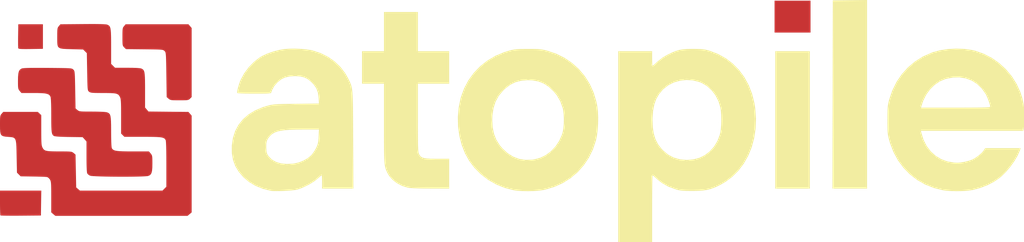
<source format=kicad_pcb>
(kicad_pcb (version 20241229) (generator "pcbnew") (generator_version "9.0")
  (layers (0 "F.Cu" signal) (2 "B.Cu" signal) (13 "F.Paste" user) (15 "B.Paste" user) (5 "F.SilkS" user "F.Silkscreen") (7 "B.SilkS" user "B.Silkscreen") (1 "F.Mask" user) (3 "B.Mask" user) (25 "Edge.Cuts" user))
  (net 0 "")
  (footprint "atopile_Logo_25x6mm:atopile_Logo_25x6mm" (layer "F.Cu") (at 0 0)
    (property "Reference" "LOGO1" (hide yes))
    (property "Value" "" (hide yes))
    (fp_poly (pts (xy 7.373397 -2.589321) (xy 7.373397 -2.194758) (xy 6.929514 -2.194758) (xy 6.48563 -2.194758) (xy 6.48563 -2.589321) (xy 6.48563 -2.983884) (xy 6.929514 -2.983884) (xy 7.373397 -2.983884)) (fill yes) (layer "F.Cu"))
    (fp_poly (pts (xy -11.590292 -2.096117) (xy -11.590292 -1.791975) (xy -11.890697 -1.787493) (xy -12.002148 -1.786329) (xy -12.084553 -1.786775) (xy -12.141716 -1.789041) (xy -12.177442 -1.793337) (xy -12.195534 -1.799871) (xy -12.199353 -1.80451) (xy -12.201799 -1.827346) (xy -12.203435 -1.87725) (xy -12.204192 -1.948419) (xy -12.204 -2.035051) (xy -12.20309 -2.113135) (xy -12.198577 -2.40026) (xy -11.894434 -2.40026) (xy -11.590292 -2.40026)) (fill yes) (layer "F.Cu"))
    (fp_poly (pts (xy -11.63514 2.026245) (xy -11.639612 2.334498) (xy -12.13395 2.338844) (xy -12.258301 2.339575) (xy -12.371923 2.33955) (xy -12.47068 2.338823) (xy -12.550436 2.337452) (xy -12.607055 2.335491) (xy -12.636403 2.332998) (xy -12.639484 2.331994) (xy -12.643043 2.312725) (xy -12.646136 2.265975) (xy -12.648569 2.197142) (xy -12.650147 2.111623) (xy -12.65068 2.019395) (xy -12.65068 1.717993) (xy -12.140674 1.717993) (xy -11.630667 1.717993)) (fill yes) (layer "F.Cu"))
    (fp_poly (pts (xy -7.9556 -2.354133) (xy -7.915923 -2.308006) (xy -7.915923 -1.453288) (xy -7.915923 -0.598571) (xy -7.956276 -0.558218) (xy -7.974067 -0.54196) (xy -7.993321 -0.530779) (xy -8.0202 -0.523728) (xy -8.060865 -0.519858) (xy -8.121479 -0.51822) (xy -8.208202 -0.517866) (xy -8.218401 -0.517865) (xy -8.308353 -0.518186) (xy -8.371751 -0.519774) (xy -8.414919 -0.523564) (xy -8.444182 -0.530492) (xy -8.465865 -0.541496) (xy -8.486292 -0.55751) (xy -8.486301 -0.557518) (xy -8.532428 -0.597171) (xy -8.540648 -1.148936) (xy -8.542916 -1.298094) (xy -8.544986 -1.417875) (xy -8.547127 -1.511782) (xy -8.549612 -1.583316) (xy -8.552712 -1.635978) (xy -8.556697 -1.67327) (xy -8.56184 -1.698691) (xy -8.568411 -1.715744) (xy -8.576681 -1.727931) (xy -8.58629 -1.738118) (xy -8.598118 -1.749114) (xy -8.611634 -1.75776) (xy -8.63073 -1.764388) (xy -8.659301 -1.769329) (xy -8.701242 -1.772916) (xy -8.760445 -1.77548) (xy -8.840806 -1.777353) (xy -8.946218 -1.778867) (xy -9.080576 -1.780354) (xy -9.082087 -1.78037) (xy -9.540462 -1.785205) (xy -9.583079 -1.827822) (xy -9.600322 -1.846354) (xy -9.612148 -1.865542) (xy -9.619578 -1.891643) (xy -9.623632 -1.930914) (xy -9.625331 -1.989614) (xy -9.625694 -2.073999) (xy -9.625697 -2.089222) (xy -9.625365 -2.178505) (xy -9.623732 -2.241295) (xy -9.619842 -2.283978) (xy -9.612739 -2.31294) (xy -9.601465 -2.334565) (xy -9.58602 -2.354133) (xy -9.546343 -2.40026) (xy -8.77081 -2.40026) (xy -7.995277 -2.40026)) (fill yes) (layer "F.Cu"))
    (fp_poly (pts (xy -11.603767 -1.320772) (xy -11.47079 -1.319924) (xy -11.315393 -1.318658) (xy -11.18952 -1.317427) (xy -11.089816 -1.316005) (xy -11.012926 -1.314171) (xy -10.955496 -1.311699) (xy -10.914169 -1.308368) (xy -10.885591 -1.303953) (xy -10.866408 -1.29823) (xy -10.853262 -1.290977) (xy -10.842801 -1.281969) (xy -10.838595 -1.277803) (xy -10.827617 -1.265934) (xy -10.818944 -1.252222) (xy -10.812221 -1.232789) (xy -10.807093 -1.203753) (xy -10.803204 -1.161235) (xy -10.800199 -1.101354) (xy -10.797724 -1.02023) (xy -10.795423 -0.913982) (xy -10.792946 -0.779036) (xy -10.784726 -0.317678) (xy -10.738599 -0.27803) (xy -10.721647 -0.264343) (xy -10.703911 -0.254235) (xy -10.680423 -0.247163) (xy -10.646216 -0.242585) (xy -10.596323 -0.239961) (xy -10.525775 -0.238746) (xy -10.429605 -0.2384) (xy -10.375259 -0.238383) (xy -10.25874 -0.237394) (xy -10.158406 -0.234579) (xy -10.078857 -0.230164) (xy -10.024696 -0.224376) (xy -10.005773 -0.22016) (xy -9.975756 -0.207584) (xy -9.952352 -0.190669) (xy -9.934748 -0.165501) (xy -9.922128 -0.128167) (xy -9.913679 -0.074753) (xy -9.908586 -0.001346) (xy -9.906034 0.095969) (xy -9.905211 0.221104) (xy -9.905179 0.263306) (xy -9.904357 0.397604) (xy -9.901956 0.507667) (xy -9.898076 0.591247) (xy -9.892814 0.646099) (xy -9.887415 0.668297) (xy -9.871437 0.691656) (xy -9.848867 0.710044) (xy -9.815953 0.724033) (xy -9.768943 0.734195) (xy -9.704083 0.741103) (xy -9.617621 0.745329) (xy -9.505804 0.747446) (xy -9.364879 0.748025) (xy -9.364644 0.748025) (xy -8.971014 0.748025) (xy -8.928452 0.798607) (xy -8.910384 0.821854) (xy -8.898313 0.845235) (xy -8.891035 0.875758) (xy -8.887344 0.920427) (xy -8.886035 0.98625) (xy -8.885891 1.046025) (xy -8.887882 1.151278) (xy -8.894933 1.22879) (xy -8.908661 1.283519) (xy -8.930683 1.320425) (xy -8.962615 1.344465) (xy -8.986485 1.354527) (xy -9.018643 1.359877) (xy -9.07889 1.364329) (xy -9.162852 1.367899) (xy -9.26615 1.370605) (xy -9.384407 1.372465) (xy -9.513246 1.373495) (xy -9.648289 1.373715) (xy -9.785161 1.37314) (xy -9.919483 1.371789) (xy -10.046878 1.369679) (xy -10.16297 1.366828) (xy -10.263381 1.363252) (xy -10.343733 1.35897) (xy -10.399651 1.353998) (xy -10.425858 1.348784) (xy -10.467182 1.323595) (xy -10.495164 1.293989) (xy -10.495729 1.292968) (xy -10.502013 1.264027) (xy -10.507022 1.204413) (xy -10.510661 1.116314) (xy -10.512836 1.001914) (xy -10.513464 0.880886) (xy -10.513464 0.501942) (xy -10.561402 0.448252) (xy -10.60934 0.394562) (xy -10.943635 0.390145) (xy -11.060715 0.387724) (xy -11.160445 0.383913) (xy -11.238761 0.378957) (xy -11.291603 0.373102) (xy -11.313104 0.367788) (xy -11.333917 0.354785) (xy -11.350294 0.336931) (xy -11.362759 0.31046) (xy -11.371835 0.271604) (xy -11.378047 0.216595) (xy -11.381918 0.141666) (xy -11.383971 0.043049) (xy -11.384731 -0.083023) (xy -11.38479 -0.147962) (xy -11.385603 -0.304789) (xy -11.388036 -0.429537) (xy -11.39208 -0.522006) (xy -11.397728 -0.581995) (xy -11.403508 -0.60672) (xy -11.421411 -0.636829) (xy -11.446959 -0.659733) (xy -11.484415 -0.676361) (xy -11.538043 -0.687642) (xy -11.612106 -0.694507) (xy -11.710869 -0.697883) (xy -11.825587 -0.698706) (xy -12.121673 -0.698706) (xy -12.164235 -0.749288) (xy -12.182304 -0.772535) (xy -12.194375 -0.795917) (xy -12.201653 -0.826439) (xy -12.205344 -0.871108) (xy -12.206653 -0.936931) (xy -12.206797 -0.996706) (xy -12.204807 -1.10172) (xy -12.197803 -1.179108) (xy -12.184231 -1.233944) (xy -12.162537 -1.271301) (xy -12.131167 -1.29625) (xy -12.112291 -1.305278) (xy -12.087372 -1.31084) (xy -12.041219 -1.315148) (xy -11.971806 -1.318249) (xy -11.87711 -1.320189) (xy -11.755105 -1.321015)) (fill yes) (layer "F.Cu"))
    (fp_poly (pts (xy -10.295131 -2.40595) (xy -10.185785 -2.404675) (xy -10.103091 -2.402169) (xy -10.044978 -2.398383) (xy -10.009376 -2.393266) (xy -9.999778 -2.390366) (xy -9.972989 -2.377518) (xy -9.951781 -2.361189) (xy -9.935506 -2.337671) (xy -9.923516 -2.303258) (xy -9.915164 -2.254243) (xy -9.909803 -2.18692) (xy -9.906783 -2.097583) (xy -9.905458 -1.982525) (xy -9.905179 -1.849067) (xy -9.905179 -1.419543) (xy -9.857123 -1.371487) (xy -9.809067 -1.323431) (xy -9.504434 -1.323431) (xy -9.370693 -1.322216) (xy -9.26794 -1.318594) (xy -9.19677 -1.312598) (xy -9.157775 -1.304262) (xy -9.156693 -1.303791) (xy -9.131069 -1.290289) (xy -9.110815 -1.273277) (xy -9.095304 -1.24901) (xy -9.08391 -1.213743) (xy -9.076005 -1.163731) (xy -9.070962 -1.095231) (xy -9.068155 -1.004497) (xy -9.066955 -0.887785) (xy -9.066732 -0.766545) (xy -9.066732 -0.339546) (xy -9.024749 -0.289652) (xy -8.982766 -0.239758) (xy -8.489001 -0.234961) (xy -7.995237 -0.230163) (xy -7.95558 -0.184036) (xy -7.915923 -0.137908) (xy -7.915923 1.059843) (xy -7.915923 2.257594) (xy -7.966505 2.300156) (xy -8.017087 2.342718) (xy -9.650357 2.342718) (xy -11.283627 2.342718) (xy -11.334209 2.300156) (xy -11.38479 2.257594) (xy -11.384852 1.876822) (xy -11.385067 1.753971) (xy -11.385891 1.659473) (xy -11.387664 1.588806) (xy -11.390721 1.537445) (xy -11.395401 1.500864) (xy -11.402042 1.474541) (xy -11.410981 1.453949) (xy -11.417222 1.443062) (xy -11.448365 1.405568) (xy -11.482479 1.382928) (xy -11.487031 1.381594) (xy -11.514955 1.378677) (xy -11.569813 1.375717) (xy -11.645662 1.372932) (xy -11.736556 1.370541) (xy -11.832451 1.368822) (xy -12.14037 1.36453) (xy -12.185913 1.318978) (xy -12.231457 1.273427) (xy -12.239677 0.871393) (xy -12.242476 0.735141) (xy -12.245734 0.628096) (xy -12.25107 0.546607) (xy -12.260103 0.487023) (xy -12.274453 0.44569) (xy -12.29574 0.418957) (xy -12.325582 0.403173) (xy -12.365598 0.394685) (xy -12.417409 0.389842) (xy -12.454377 0.387199) (xy -12.524632 0.380794) (xy -12.575752 0.370303) (xy -12.610777 0.350992) (xy -12.632743 0.318125) (xy -12.64469 0.266968) (xy -12.649656 0.192788) (xy -12.650678 0.09085) (xy -12.65068 0.081295) (xy -12.65035 -0.008081) (xy -12.648724 -0.070956) (xy -12.644849 -0.113707) (xy -12.637771 -0.14271) (xy -12.626535 -0.164341) (xy -12.611003 -0.184036) (xy -12.571327 -0.230163) (xy -12.143784 -0.230163) (xy -11.716242 -0.230163) (xy -11.673817 -0.190307) (xy -11.631392 -0.150451) (xy -11.631367 0.220697) (xy -11.631061 0.344063) (xy -11.629957 0.439145) (xy -11.627747 0.510532) (xy -11.624122 0.562817) (xy -11.618774 0.600591) (xy -11.611394 0.628445) (xy -11.602597 0.649156) (xy -11.584454 0.681172) (xy -11.563357 0.705406) (xy -11.534732 0.722937) (xy -11.494009 0.734843) (xy -11.436614 0.742201) (xy -11.357976 0.74609) (xy -11.253522 0.747588) (xy -11.184316 0.747783) (xy -11.076565 0.748008) (xy -10.996623 0.748873) (xy -10.93942 0.750948) (xy -10.899885 0.754806) (xy -10.872947 0.76102) (xy -10.853536 0.770161) (xy -10.83658 0.782803) (xy -10.830853 0.787674) (xy -10.784726 0.827323) (xy -10.776506 1.233022) (xy -10.768286 1.638722) (xy -10.722158 1.678357) (xy -10.676031 1.717993) (xy -9.656395 1.717993) (xy -8.63676 1.717993) (xy -8.588704 1.669937) (xy -8.540648 1.621881) (xy -8.540648 1.060571) (xy -8.541156 0.896172) (xy -8.542644 0.755644) (xy -8.545063 0.640776) (xy -8.548361 0.553354) (xy -8.552487 0.495167) (xy -8.557389 0.468001) (xy -8.557575 0.467632) (xy -8.571836 0.444968) (xy -8.590123 0.42693) (xy -8.616077 0.412997) (xy -8.65334 0.402646) (xy -8.705554 0.395356) (xy -8.776358 0.390602) (xy -8.869396 0.387864) (xy -8.988307 0.386619) (xy -9.124203 0.386342) (xy -9.577871 0.386342) (xy -9.618224 0.345989) (xy -9.658577 0.305636) (xy -9.658602 -0.118445) (xy -9.658843 -0.250519) (xy -9.659716 -0.353939) (xy -9.661473 -0.432928) (xy -9.664368 -0.491709) (xy -9.668651 -0.534505) (xy -9.674576 -0.56554) (xy -9.682396 -0.589038) (xy -9.687373 -0.599837) (xy -9.705543 -0.63189) (xy -9.726681 -0.656143) (xy -9.755366 -0.673677) (xy -9.796177 -0.685576) (xy -9.853694 -0.692921) (xy -9.932494 -0.696794) (xy -10.037159 -0.698277) (xy -10.104749 -0.698464) (xy -10.213723 -0.69883) (xy -10.294787 -0.700033) (xy -10.352906 -0.702529) (xy -10.39305 -0.706772) (xy -10.420183 -0.713219) (xy -10.439274 -0.722324) (xy -10.449992 -0.7301) (xy -10.461359 -0.739913) (xy -10.470327 -0.751378) (xy -10.477261 -0.768322) (xy -10.482526 -0.794572) (xy -10.486488 -0.833953) (xy -10.489511 -0.890292) (xy -10.491961 -0.967417) (xy -10.494203 -1.069154) (xy -10.496602 -1.19933) (xy -10.497023 -1.222961) (xy -10.505243 -1.684429) (xy -10.550783 -1.729982) (xy -10.596323 -1.775535) (xy -10.885198 -1.783755) (xy -11.001169 -1.786998) (xy -11.088411 -1.791591) (xy -11.151002 -1.801071) (xy -11.193018 -1.818977) (xy -11.21854 -1.848845) (xy -11.231643 -1.894214) (xy -11.236407 -1.958622) (xy -11.236909 -2.045605) (xy -11.236829 -2.088802) (xy -11.236499 -2.178181) (xy -11.234872 -2.24106) (xy -11.230995 -2.283813) (xy -11.223916 -2.31282) (xy -11.212681 -2.334457) (xy -11.19717 -2.354133) (xy -11.15751 -2.40026) (xy -10.602059 -2.405011) (xy -10.433199 -2.406046)) (fill yes) (layer "F.Cu"))
    (fp_poly (pts (xy 7.356957 -0.032881) (xy 7.356957 1.668672) (xy 6.929514 1.668672) (xy 6.50207 1.668672) (xy 6.50207 -0.032881) (xy 6.50207 -1.734435) (xy 6.929514 -1.734435) (xy 7.356957 -1.734435)) (fill yes) (layer "F.SilkS"))
    (fp_poly (pts (xy 8.770808 -0.666104) (xy 8.770808 1.668672) (xy 8.343308 1.668672) (xy 7.915809 1.668672) (xy 7.919975 -0.661716) (xy 7.924142 -2.992104) (xy 8.347475 -2.996492) (xy 8.770808 -3.000879)) (fill yes) (layer "F.SilkS"))
    (fp_poly (pts (xy -2.326279 -2.219418) (xy -2.326279 -1.734435) (xy -1.939936 -1.734435) (xy -1.553593 -1.734435) (xy -1.553593 -1.331651) (xy -1.553593 -0.928868) (xy -1.939936 -0.928868) (xy -2.326279 -0.928868) (xy -2.326254 -0.086312) (xy -2.326173 0.103242) (xy -2.325885 0.262735) (xy -2.325298 0.394986) (xy -2.324323 0.502813) (xy -2.322869 0.589036) (xy -2.320847 0.656474) (xy -2.318166 0.707945) (xy -2.314737 0.746269) (xy -2.310468 0.774265) (xy -2.30527 0.794751) (xy -2.299054 0.810546) (xy -2.297483 0.813786) (xy -2.275746 0.850888) (xy -2.249404 0.879154) (xy -2.213958 0.899751) (xy -2.164907 0.913845) (xy -2.097751 0.922603) (xy -2.007988 0.927191) (xy -1.891118 0.928776) (xy -1.853625 0.928841) (xy -1.553593 0.928866) (xy -1.553593 1.298769) (xy -1.553593 1.668672) (xy -2.018027 1.667365) (xy -2.189052 1.666108) (xy -2.328866 1.663344) (xy -2.439102 1.659008) (xy -2.521397 1.653032) (xy -2.577388 1.645349) (xy -2.582565 1.644277) (xy -2.716924 1.601803) (xy -2.840972 1.537097) (xy -2.948623 1.454493) (xy -3.033786 1.358324) (xy -3.071313 1.296398) (xy -3.090057 1.259144) (xy -3.106109 1.22515) (xy -3.119679 1.191644) (xy -3.130974 1.155853) (xy -3.140203 1.115004) (xy -3.147575 1.066324) (xy -3.153299 1.007041) (xy -3.157583 0.934381) (xy -3.160635 0.845571) (xy -3.162665 0.737839) (xy -3.16388 0.608412) (xy -3.164489 0.454517) (xy -3.164702 0.27338) (xy -3.164726 0.06223) (xy -3.164726 0.054556) (xy -3.164726 -0.928868) (xy -3.435988 -0.928868) (xy -3.70725 -0.928868) (xy -3.70725 -1.331651) (xy -3.70725 -1.734435) (xy -3.435988 -1.734435) (xy -3.164726 -1.734435) (xy -3.164726 -2.219418) (xy -3.164726 -2.704402) (xy -2.745502 -2.704402) (xy -2.326279 -2.704402)) (fill yes) (layer "F.SilkS"))
    (fp_poly (pts (xy 0.507189 -1.789483) (xy 0.594032 -1.788112) (xy 0.662181 -1.784938) (xy 0.71873 -1.779312) (xy 0.770769 -1.770586) (xy 0.82539 -1.758114) (xy 0.871326 -1.746177) (xy 1.094858 -1.67018) (xy 1.301196 -1.567065) (xy 1.488661 -1.438701) (xy 1.655575 -1.28696) (xy 1.800257 -1.113712) (xy 1.92103 -0.920829) (xy 2.016213 -0.710181) (xy 2.084129 -0.483639) (xy 2.106533 -0.369904) (xy 2.121541 -0.238133) (xy 2.127549 -0.087952) (xy 2.12496 0.070214) (xy 2.114175 0.22594) (xy 2.095596 0.3688) (xy 2.07408 0.471926) (xy 1.999515 0.696629) (xy 1.898014 0.904249) (xy 1.771515 1.092991) (xy 1.621955 1.26106) (xy 1.45127 1.40666) (xy 1.261398 1.527995) (xy 1.054276 1.623269) (xy 0.83184 1.690686) (xy 0.739245 1.709411) (xy 0.637327 1.722211) (xy 0.515126 1.729849) (xy 0.383391 1.732313) (xy 0.252871 1.729595) (xy 0.134316 1.721685) (xy 0.046128 1.710011) (xy -0.177458 1.65331) (xy -0.39006 1.567342) (xy -0.588431 1.454238) (xy -0.769326 1.316128) (xy -0.929496 1.155143) (xy -1.057779 0.985597) (xy -1.163398 0.795959) (xy -1.245013 0.58786) (xy -1.302024 0.365932) (xy -1.333832 0.134809) (xy -1.338105 -0.032881) (xy -0.489165 -0.032881) (xy -0.478329 0.152209) (xy -0.444292 0.316431) (xy -0.38574 0.463452) (xy -0.301361 0.596937) (xy -0.236128 0.673838) (xy -0.107342 0.791737) (xy 0.029419 0.877908) (xy 0.175613 0.932855) (xy 0.3327 0.957076) (xy 0.502137 0.951075) (xy 0.550744 0.944248) (xy 0.698302 0.904247) (xy 0.836859 0.835222) (xy 0.962883 0.740568) (xy 1.072842 0.623684) (xy 1.163202 0.487967) (xy 1.230433 0.336814) (xy 1.250467 0.271261) (xy 1.267935 0.177432) (xy 1.277736 0.063512) (xy 1.279834 -0.058804) (xy 1.274197 -0.177823) (xy 1.260787 -0.281851) (xy 1.252227 -0.320583) (xy 1.191756 -0.490771) (xy 1.104583 -0.642286) (xy 1.025253 -0.7396) (xy 0.907667 -0.849829) (xy 0.787049 -0.929879) (xy 0.657509 -0.982324) (xy 0.513157 -1.009741) (xy 0.394562 -1.015432) (xy 0.231628 -1.003328) (xy 0.086327 -0.965608) (xy -0.046326 -0.900162) (xy -0.171317 -0.804877) (xy -0.225071 -0.753058) (xy -0.329446 -0.625295) (xy -0.407075 -0.482453) (xy -0.458714 -0.322475) (xy -0.485118 -0.143301) (xy -0.489165 -0.032881) (xy -1.338105 -0.032881) (xy -1.339838 -0.100878) (xy -1.319441 -0.336496) (xy -1.272043 -0.567413) (xy -1.26294 -0.600066) (xy -1.183944 -0.816184) (xy -1.077224 -1.016364) (xy -0.944824 -1.198631) (xy -0.788789 -1.361009) (xy -0.611164 -1.501523) (xy -0.413993 -1.618198) (xy -0.19932 -1.709058) (xy -0.075936 -1.746936) (xy -0.016507 -1.762125) (xy 0.0363 -1.773222) (xy 0.089526 -1.780867) (xy 0.150216 -1.785699) (xy 0.225412 -1.788359) (xy 0.322156 -1.789487) (xy 0.394562 -1.789696)) (fill yes) (layer "F.SilkS"))
    (fp_poly (pts (xy 4.479935 -1.790395) (xy 4.582607 -1.789305) (xy 4.660731 -1.78659) (xy 4.722628 -1.781309) (xy 4.776623 -1.772519) (xy 4.831039 -1.75928) (xy 4.879374 -1.745183) (xy 5.089331 -1.664875) (xy 5.281585 -1.557734) (xy 5.454804 -1.425439) (xy 5.607654 -1.269673) (xy 5.738804 -1.092117) (xy 5.846922 -0.89445) (xy 5.930676 -0.678354) (xy 5.988733 -0.445511) (xy 6.007999 -0.321015) (xy 6.026299 -0.064095) (xy 6.017117 0.184282) (xy 5.981418 0.422019) (xy 5.920169 0.647023) (xy 5.834337 0.857197) (xy 5.724888 1.050447) (xy 5.592788 1.224677) (xy 5.439004 1.377792) (xy 5.264501 1.507697) (xy 5.129227 1.584355) (xy 5.022117 1.634738) (xy 4.925019 1.672072) (xy 4.829556 1.698121) (xy 4.727346 1.714649) (xy 4.610011 1.72342) (xy 4.469171 1.726197) (xy 4.455274 1.726213) (xy 4.346149 1.725654) (xy 4.262576 1.723532) (xy 4.197239 1.719182) (xy 4.142822 1.711937) (xy 4.092008 1.70113) (xy 4.047699 1.689086) (xy 3.863708 1.621356) (xy 3.703734 1.531898) (xy 3.586787 1.438719) (xy 3.538444 1.394514) (xy 3.499193 1.360514) (xy 3.475078 1.341877) (xy 3.470882 1.33987) (xy 3.468888 1.355794) (xy 3.467022 1.4015) (xy 3.465323 1.473893) (xy 3.463828 1.569873) (xy 3.462576 1.686345) (xy 3.461606 1.820211) (xy 3.460954 1.968374) (xy 3.46066 2.127736) (xy 3.460646 2.170096) (xy 3.460646 3.000323) (xy 3.041423 3.000323) (xy 2.6222 3.000323) (xy 2.6222 0.632944) (xy 2.6222 -0.024661) (xy 3.470775 -0.024661) (xy 3.478018 0.154778) (xy 3.501598 0.309664) (xy 3.543229 0.44489) (xy 3.604625 0.565351) (xy 3.687499 0.675944) (xy 3.733055 0.724598) (xy 3.856974 0.82689) (xy 3.995866 0.900137) (xy 4.148766 0.944056) (xy 4.314708 0.958362) (xy 4.479935 0.944835) (xy 4.627769 0.905678) (xy 4.763895 0.83787) (xy 4.885245 0.744482) (xy 4.988751 0.628588) (xy 5.071342 0.493261) (xy 5.129952 0.341574) (xy 5.145774 0.278042) (xy 5.158868 0.189398) (xy 5.166629 0.079574) (xy 5.169046 -0.040401) (xy 5.166109 -0.159498) (xy 5.157809 -0.26669) (xy 5.146348 -0.341063) (xy 5.098855 -0.496066) (xy 5.026534 -0.637746) (xy 4.932696 -0.762088) (xy 4.820649 -0.865078) (xy 4.693705 -0.942701) (xy 4.627729 -0.970027) (xy 4.470155 -1.009745) (xy 4.309765 -1.020587) (xy 4.151586 -1.003606) (xy 4.000646 -0.959855) (xy 3.86197 -0.89039) (xy 3.740587 -0.796262) (xy 3.724859 -0.78077) (xy 3.634355 -0.673169) (xy 3.56515 -0.554056) (xy 3.515879 -0.419369) (xy 3.485178 -0.26505) (xy 3.471682 -0.087037) (xy 3.470775 -0.024661) (xy 2.6222 -0.024661) (xy 2.6222 -1.734435) (xy 3.041423 -1.734435) (xy 3.460646 -1.734435) (xy 3.460646 -1.553593) (xy 3.461484 -1.480923) (xy 3.463756 -1.422195) (xy 3.4671 -1.384045) (xy 3.470529 -1.372752) (xy 3.486105 -1.383214) (xy 3.519795 -1.411309) (xy 3.565803 -1.4521) (xy 3.594528 -1.478406) (xy 3.722951 -1.579944) (xy 3.860018 -1.658402) (xy 3.963093 -1.706703) (xy 4.052423 -1.741955) (xy 4.136931 -1.766057) (xy 4.225544 -1.780911) (xy 4.327187 -1.788417) (xy 4.450785 -1.790475)) (fill yes) (layer "F.SilkS"))
    (fp_poly (pts (xy 11.174461 -1.790503) (xy 11.362078 -1.763824) (xy 11.44587 -1.743967) (xy 11.657031 -1.669467) (xy 11.855384 -1.566415) (xy 12.038205 -1.437555) (xy 12.20277 -1.285631) (xy 12.346355 -1.113386) (xy 12.466236 -0.923564) (xy 12.559688 -0.718909) (xy 12.606011 -0.575405) (xy 12.635882 -0.434806) (xy 12.655073 -0.278906) (xy 12.663085 -0.118735) (xy 12.659419 0.034674) (xy 12.643577 0.170291) (xy 12.640481 0.186618) (xy 12.630129 0.238381) (xy 11.365981 0.238381) (xy 10.101832 0.238381) (xy 10.111817 0.283591) (xy 10.165165 0.457675) (xy 10.242796 0.611836) (xy 10.342649 0.744361) (xy 10.462663 0.853538) (xy 10.600778 0.937656) (xy 10.754933 0.995001) (xy 10.923067 1.023861) (xy 11.006666 1.027098) (xy 11.091366 1.02053) (xy 11.189241 1.003293) (xy 11.285884 0.978604) (xy 11.366892 0.94968) (xy 11.379759 0.943762) (xy 11.456542 0.899588) (xy 11.533714 0.843381) (xy 11.601322 0.78321) (xy 11.64941 0.727138) (xy 11.652147 0.723023) (xy 11.688931 0.666231) (xy 12.127975 0.666028) (xy 12.56702 0.665824) (xy 12.544855 0.728646) (xy 12.489416 0.854371) (xy 12.410885 0.988345) (xy 12.314941 1.122903) (xy 12.207262 1.250375) (xy 12.093527 1.363093) (xy 12.043536 1.40563) (xy 11.905698 1.500554) (xy 11.744824 1.5839) (xy 11.569841 1.651808) (xy 11.389676 1.700415) (xy 11.34009 1.70994) (xy 11.23775 1.722674) (xy 11.114561 1.730102) (xy 10.981499 1.732233) (xy 10.849543 1.72908) (xy 10.729672 1.720653) (xy 10.644983 1.709262) (xy 10.416375 1.652099) (xy 10.202953 1.566547) (xy 10.006457 1.454224) (xy 9.828628 1.316745) (xy 9.671208 1.155729) (xy 9.535936 0.972792) (xy 9.424554 0.769551) (xy 9.338803 0.547623) (xy 9.318097 0.476763) (xy 9.303036 0.419355) (xy 9.291811 0.369451) (xy 9.283868 0.320671) (xy 9.278655 0.266636) (xy 9.275617 0.200965) (xy 9.274202 0.117279) (xy 9.273854 0.009198) (xy 9.27388 -0.032881) (xy 9.274273 -0.150951) (xy 9.275534 -0.242518) (xy 9.278214 -0.313956) (xy 9.280074 -0.337024) (xy 10.104231 -0.337024) (xy 10.958232 -0.337024) (xy 11.151113 -0.337136) (xy 11.313565 -0.337517) (xy 11.448038 -0.338233) (xy 11.556984 -0.339349) (xy 11.642852 -0.340932) (xy 11.708093 -0.343046) (xy 11.755158 -0.345758) (xy 11.786497 -0.349134) (xy 11.804561 -0.353239) (xy 11.811801 -0.358139) (xy 11.812232 -0.359952) (xy 11.805644 -0.400345) (xy 11.78825 -0.460455) (xy 11.763604 -0.530421) (xy 11.735262 -0.600382) (xy 11.706777 -0.660475) (xy 11.698453 -0.675594) (xy 11.602383 -0.811673) (xy 11.487712 -0.921576) (xy 11.356851 -1.004421) (xy 11.212211 -1.059323) (xy 11.056203 -1.085398) (xy 10.891238 -1.081762) (xy 10.719725 -1.047531) (xy 10.700059 -1.041706) (xy 10.563584 -0.983274) (xy 10.437591 -0.896577) (xy 10.325657 -0.785495) (xy 10.231362 -0.65391) (xy 10.158286 -0.505704) (xy 10.129854 -0.423334) (xy 10.104231 -0.337024) (xy 9.280074 -0.337024) (xy 9.282864 -0.371641) (xy 9.290036 -0.421947) (xy 9.300279 -0.47125) (xy 9.314146 -0.525926) (xy 9.317618 -0.538865) (xy 9.394771 -0.765092) (xy 9.498702 -0.974074) (xy 9.627724 -1.163985) (xy 9.780145 -1.332999) (xy 9.954278 -1.47929) (xy 10.148432 -1.601034) (xy 10.360918 -1.696403) (xy 10.402285 -1.711071) (xy 10.578958 -1.758232) (xy 10.773088 -1.787397) (xy 10.97486 -1.798257)) (fill yes) (layer "F.SilkS"))
    (fp_poly (pts (xy -5.229185 -1.792206) (xy -5.08884 -1.77964) (xy -4.965205 -1.760446) (xy -4.92382 -1.751246) (xy -4.729102 -1.687378) (xy -4.54829 -1.59676) (xy -4.384691 -1.481983) (xy -4.241609 -1.34564) (xy -4.122348 -1.190322) (xy -4.053288 -1.068609) (xy -4.030927 -1.023431) (xy -4.011466 -0.983503) (xy -3.994692 -0.946299) (xy -3.980396 -0.909297) (xy -3.968367 -0.869973) (xy -3.958393 -0.825803) (xy -3.950264 -0.774263) (xy -3.94377 -0.712829) (xy -3.938699 -0.638977) (xy -3.93484 -0.550185) (xy -3.931983 -0.443927) (xy -3.929916 -0.31768) (xy -3.92843 -0.168921) (xy -3.927313 0.004874) (xy -3.926354 0.20623) (xy -3.925342 0.43767) (xy -3.925222 0.464433) (xy -3.919761 1.668672) (xy -4.306709 1.668672) (xy -4.693658 1.668672) (xy -4.693658 1.504271) (xy -4.694563 1.435259) (xy -4.697005 1.380512) (xy -4.700571 1.34699) (xy -4.703402 1.33987) (xy -4.719278 1.350157) (xy -4.752906 1.377509) (xy -4.797902 1.416665) (xy -4.812667 1.42993) (xy -4.89694 1.495252) (xy -5.002706 1.560842) (xy -5.119132 1.620947) (xy -5.235384 1.669817) (xy -5.310163 1.69407) (xy -5.360629 1.703557) (xy -5.435548 1.712176) (xy -5.52696 1.719559) (xy -5.626907 1.725339) (xy -5.727428 1.729151) (xy -5.820564 1.730628) (xy -5.898356 1.729402) (xy -5.952843 1.725107) (xy -5.959548 1.723983) (xy -6.16338 1.672114) (xy -6.343946 1.598329) (xy -6.503405 1.50156) (xy -6.635156 1.389502) (xy -6.751829 1.255171) (xy -6.83805 1.112187) (xy -6.894811 0.957841) (xy -6.923108 0.789425) (xy -6.923757 0.643768) (xy -6.07265 0.643768) (xy -6.072113 0.658267) (xy -6.067848 0.729216) (xy -6.060239 0.778201) (xy -6.04628 0.816134) (xy -6.02297 0.85393) (xy -6.015324 0.864644) (xy -5.936374 0.946039) (xy -5.834274 1.005789) (xy -5.711116 1.043315) (xy -5.568993 1.05804) (xy -5.410001 1.049385) (xy -5.367703 1.043475) (xy -5.257213 1.015845) (xy -5.145839 0.969789) (xy -5.044467 0.910774) (xy -4.963985 0.844267) (xy -4.95762 0.83754) (xy -4.913176 0.781206) (xy -4.867941 0.711038) (xy -4.837395 0.653736) (xy -4.812856 0.596978) (xy -4.796849 0.545695) (xy -4.787031 0.488693) (xy -4.781058 0.414777) (xy -4.779105 0.375411) (xy -4.771548 0.205501) (xy -5.164156 0.206074) (xy -5.342948 0.207851) (xy -5.492445 0.213061) (xy -5.616118 0.222379) (xy -5.717435 0.236479) (xy -5.799867 0.256036) (xy -5.866884 0.281724) (xy -5.921955 0.314218) (xy -5.968549 0.354191) (xy -5.978221 0.364286) (xy -6.026908 0.424522) (xy -6.056695 0.484354) (xy -6.070852 0.554023) (xy -6.07265 0.643768) (xy -6.923757 0.643768) (xy -6.923933 0.604232) (xy -6.923844 0.602868) (xy -6.896555 0.414469) (xy -6.84093 0.242242) (xy -6.757726 0.087039) (xy -6.647698 -0.050287) (xy -6.511605 -0.168884) (xy -6.350202 -0.2679) (xy -6.164247 -0.346484) (xy -6.049968 -0.381168) (xy -6.004393 -0.392986) (xy -5.963213 -0.402515) (xy -5.922146 -0.410055) (xy -5.876911 -0.415906) (xy -5.823226 -0.420369) (xy -5.756809 -0.423744) (xy -5.673379 -0.426331) (xy -5.568655 -0.428431) (xy -5.438353 -0.430343) (xy -5.32873 -0.431742) (xy -4.771893 -0.438669) (xy -4.779026 -0.574577) (xy -4.796465 -0.703526) (xy -4.836261 -0.812996) (xy -4.901862 -0.910403) (xy -4.965457 -0.975819) (xy -5.046283 -1.039721) (xy -5.129244 -1.082325) (xy -5.223012 -1.106582) (xy -5.336256 -1.115442) (xy -5.375923 -1.115533) (xy -5.504761 -1.106498) (xy -5.611471 -1.080656) (xy -5.703712 -1.035134) (xy -5.789139 -0.967057) (xy -5.800378 -0.956169) (xy -5.874075 -0.870192) (xy -5.925909 -0.77552) (xy -5.949418 -0.711036) (xy -5.954497 -0.702124) (xy -5.965955 -0.695257) (xy -5.987634 -0.690172) (xy -6.023375 -0.686606) (xy -6.077021 -0.684297) (xy -6.152412 -0.682979) (xy -6.253391 -0.68239) (xy -6.369065 -0.682266) (xy -6.494275 -0.682882) (xy -6.601724 -0.684644) (xy -6.688047 -0.687427) (xy -6.74988 -0.691105) (xy -6.783859 -0.695553) (xy -6.78933 -0.697987) (xy -6.791723 -0.725004) (xy -6.784187 -0.774841) (xy -6.768763 -0.839694) (xy -6.747494 -0.911758) (xy -6.722422 -0.983229) (xy -6.701538 -1.033545) (xy -6.617184 -1.187429) (xy -6.509654 -1.332657) (xy -6.385181 -1.4623) (xy -6.249996 -1.569431) (xy -6.181466 -1.611757) (xy -6.052171 -1.673168) (xy -5.902868 -1.725992) (xy -5.74611 -1.766231) (xy -5.638102 -1.784844) (xy -5.515055 -1.795336) (xy -5.375004 -1.797614)) (fill yes) (layer "F.SilkS"))
  )
)
</source>
